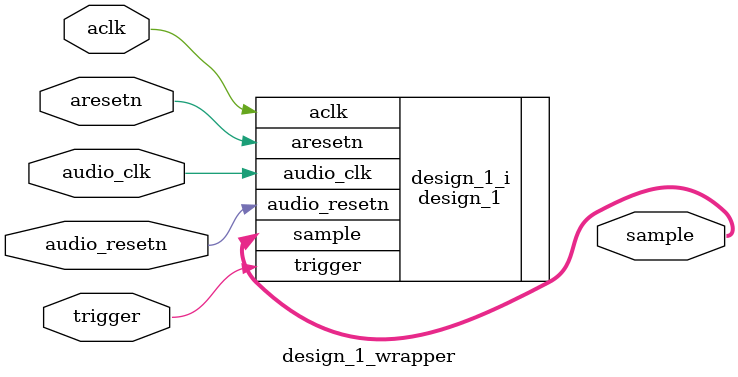
<source format=v>
`timescale 1 ps / 1 ps

module design_1_wrapper
   (aclk,
    aresetn,
    audio_clk,
    audio_resetn,
    sample,
    trigger);
  input aclk;
  input aresetn;
  input audio_clk;
  input audio_resetn;
  output [15:0]sample;
  input trigger;

  wire aclk;
  wire aresetn;
  wire audio_clk;
  wire audio_resetn;
  wire [15:0]sample;
  wire trigger;

  design_1 design_1_i
       (.aclk(aclk),
        .aresetn(aresetn),
        .audio_clk(audio_clk),
        .audio_resetn(audio_resetn),
        .sample(sample),
        .trigger(trigger));
endmodule

</source>
